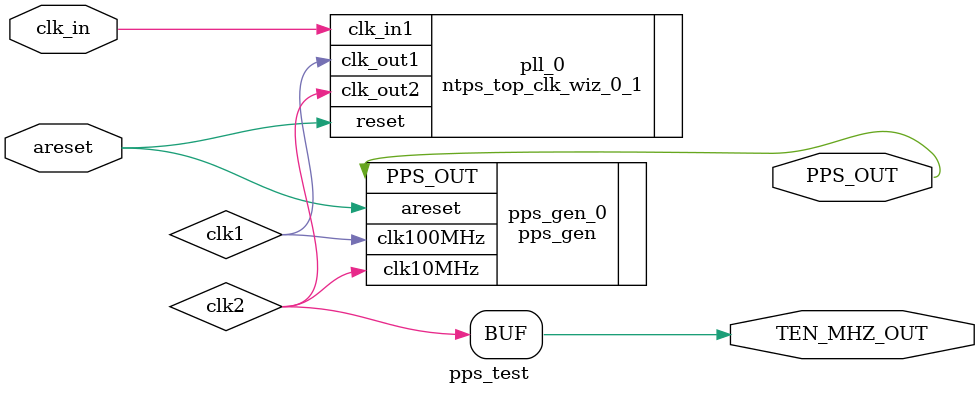
<source format=v>

`timescale 1ns / 1ps
`default_nettype none

module pps_test (
  input  wire areset,
  input  wire clk_in,
  output wire PPS_OUT,
  output wire TEN_MHZ_OUT
);

  wire clk1;
  wire clk2;

  assign TEN_MHZ_OUT = clk2;

  ntps_top_clk_wiz_0_1 pll_0 (
    .reset    (areset),
    .clk_in1  (clk_in),
    .clk_out1 (clk1),
    .clk_out2 (clk2)
  );

  pps_gen pps_gen_0 (
    .areset    (areset),
    .clk100MHz (clk1),
    .clk10MHz  (clk2),
    .PPS_OUT   (PPS_OUT)
  );

endmodule

`default_nettype wire

</source>
